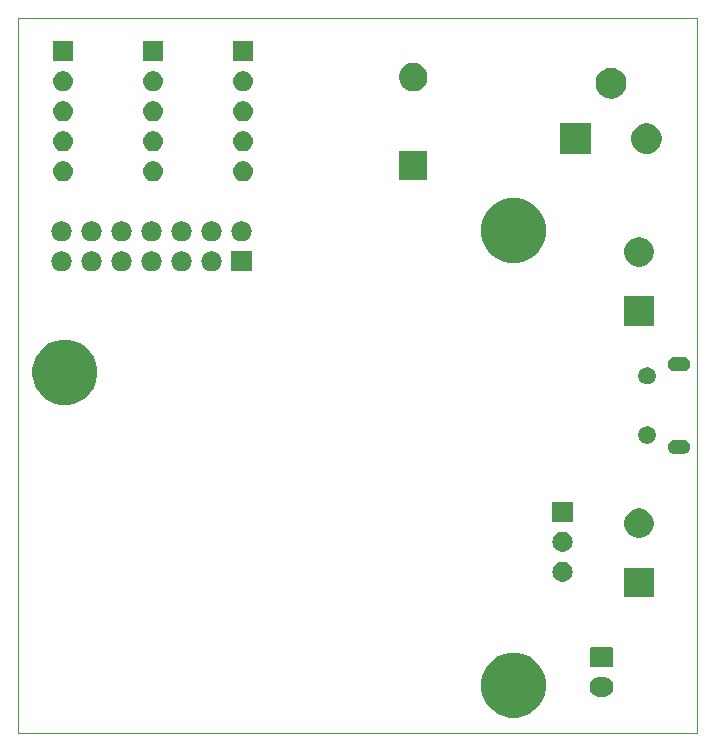
<source format=gbr>
%TF.GenerationSoftware,KiCad,Pcbnew,5.1.4-3.fc30*%
%TF.CreationDate,2019-10-17T14:05:20-04:00*%
%TF.ProjectId,weather_station_pcb,77656174-6865-4725-9f73-746174696f6e,rev?*%
%TF.SameCoordinates,PX4dd8200PY3888440*%
%TF.FileFunction,Soldermask,Bot*%
%TF.FilePolarity,Negative*%
%FSLAX46Y46*%
G04 Gerber Fmt 4.6, Leading zero omitted, Abs format (unit mm)*
G04 Created by KiCad (PCBNEW 5.1.4-3.fc30) date 2019-10-17 14:05:20*
%MOMM*%
%LPD*%
G04 APERTURE LIST*
%ADD10C,0.100000*%
G04 APERTURE END LIST*
D10*
X0Y-60500000D02*
X0Y0D01*
X0Y-60500000D02*
X57500000Y-60500000D01*
X57500000Y0D02*
X57500000Y-60500000D01*
X0Y0D02*
X57500000Y0D01*
G36*
X42802144Y-53855680D02*
G01*
X43302612Y-54062981D01*
X43753022Y-54363935D01*
X44136065Y-54746978D01*
X44437019Y-55197388D01*
X44644320Y-55697856D01*
X44750000Y-56229147D01*
X44750000Y-56770853D01*
X44644320Y-57302144D01*
X44437019Y-57802612D01*
X44136065Y-58253022D01*
X43753022Y-58636065D01*
X43302612Y-58937019D01*
X42802144Y-59144320D01*
X42270853Y-59250000D01*
X41729147Y-59250000D01*
X41197856Y-59144320D01*
X40697388Y-58937019D01*
X40246978Y-58636065D01*
X39863935Y-58253022D01*
X39562981Y-57802612D01*
X39355680Y-57302144D01*
X39250000Y-56770853D01*
X39250000Y-56229147D01*
X39355680Y-55697856D01*
X39562981Y-55197388D01*
X39863935Y-54746978D01*
X40246978Y-54363935D01*
X40697388Y-54062981D01*
X41197856Y-53855680D01*
X41729147Y-53750000D01*
X42270853Y-53750000D01*
X42802144Y-53855680D01*
X42802144Y-53855680D01*
G37*
G36*
X49755027Y-55794899D02*
G01*
X49835142Y-55819201D01*
X49915255Y-55843503D01*
X49915257Y-55843504D01*
X50062918Y-55922431D01*
X50192349Y-56028651D01*
X50298569Y-56158082D01*
X50377496Y-56305743D01*
X50426101Y-56465973D01*
X50442512Y-56632600D01*
X50426101Y-56799227D01*
X50377496Y-56959457D01*
X50298569Y-57107118D01*
X50192349Y-57236549D01*
X50062918Y-57342769D01*
X49915257Y-57421696D01*
X49915255Y-57421697D01*
X49835142Y-57445998D01*
X49755027Y-57470301D01*
X49630152Y-57482600D01*
X49246648Y-57482600D01*
X49121773Y-57470301D01*
X49041658Y-57445998D01*
X48961545Y-57421697D01*
X48961543Y-57421696D01*
X48813882Y-57342769D01*
X48684451Y-57236549D01*
X48578231Y-57107118D01*
X48499304Y-56959457D01*
X48450699Y-56799227D01*
X48434288Y-56632600D01*
X48450699Y-56465973D01*
X48499304Y-56305743D01*
X48578231Y-56158082D01*
X48684451Y-56028651D01*
X48813882Y-55922431D01*
X48961543Y-55843504D01*
X48961545Y-55843503D01*
X49041658Y-55819201D01*
X49121773Y-55794899D01*
X49246648Y-55782600D01*
X49630152Y-55782600D01*
X49755027Y-55794899D01*
X49755027Y-55794899D01*
G37*
G36*
X50308077Y-53286301D02*
G01*
X50338309Y-53295473D01*
X50366171Y-53310364D01*
X50390593Y-53330407D01*
X50410636Y-53354829D01*
X50425527Y-53382691D01*
X50434699Y-53412923D01*
X50438400Y-53450505D01*
X50438400Y-54814695D01*
X50434699Y-54852277D01*
X50425527Y-54882509D01*
X50410636Y-54910371D01*
X50390593Y-54934793D01*
X50366171Y-54954836D01*
X50338309Y-54969727D01*
X50308077Y-54978899D01*
X50270495Y-54982600D01*
X48606305Y-54982600D01*
X48568723Y-54978899D01*
X48538491Y-54969727D01*
X48510629Y-54954836D01*
X48486207Y-54934793D01*
X48466164Y-54910371D01*
X48451273Y-54882509D01*
X48442101Y-54852277D01*
X48438400Y-54814695D01*
X48438400Y-53450505D01*
X48442101Y-53412923D01*
X48451273Y-53382691D01*
X48466164Y-53354829D01*
X48486207Y-53330407D01*
X48510629Y-53310364D01*
X48538491Y-53295473D01*
X48568723Y-53286301D01*
X48606305Y-53282600D01*
X50270495Y-53282600D01*
X50308077Y-53286301D01*
X50308077Y-53286301D01*
G37*
G36*
X53863400Y-49032600D02*
G01*
X51363400Y-49032600D01*
X51363400Y-46532600D01*
X53863400Y-46532600D01*
X53863400Y-49032600D01*
X53863400Y-49032600D01*
G37*
G36*
X46303027Y-46055899D02*
G01*
X46383142Y-46080201D01*
X46463255Y-46104503D01*
X46463257Y-46104504D01*
X46610918Y-46183431D01*
X46740349Y-46289651D01*
X46846569Y-46419082D01*
X46925496Y-46566743D01*
X46974101Y-46726973D01*
X46990512Y-46893600D01*
X46974101Y-47060227D01*
X46925496Y-47220457D01*
X46846569Y-47368118D01*
X46740349Y-47497549D01*
X46610918Y-47603769D01*
X46463257Y-47682696D01*
X46463255Y-47682697D01*
X46383142Y-47706999D01*
X46303027Y-47731301D01*
X46178152Y-47743600D01*
X46094648Y-47743600D01*
X45969773Y-47731301D01*
X45889658Y-47706999D01*
X45809545Y-47682697D01*
X45809543Y-47682696D01*
X45661882Y-47603769D01*
X45532451Y-47497549D01*
X45426231Y-47368118D01*
X45347304Y-47220457D01*
X45298699Y-47060227D01*
X45282288Y-46893600D01*
X45298699Y-46726973D01*
X45347304Y-46566743D01*
X45426231Y-46419082D01*
X45532451Y-46289651D01*
X45661882Y-46183431D01*
X45809543Y-46104504D01*
X45809545Y-46104503D01*
X45889658Y-46080201D01*
X45969773Y-46055899D01*
X46094648Y-46043600D01*
X46178152Y-46043600D01*
X46303027Y-46055899D01*
X46303027Y-46055899D01*
G37*
G36*
X46303027Y-43515899D02*
G01*
X46383142Y-43540201D01*
X46463255Y-43564503D01*
X46463257Y-43564504D01*
X46610918Y-43643431D01*
X46740349Y-43749651D01*
X46846569Y-43879082D01*
X46925496Y-44026743D01*
X46974101Y-44186973D01*
X46990512Y-44353600D01*
X46974101Y-44520227D01*
X46925496Y-44680457D01*
X46846569Y-44828118D01*
X46740349Y-44957549D01*
X46610918Y-45063769D01*
X46463257Y-45142696D01*
X46463255Y-45142697D01*
X46383142Y-45166999D01*
X46303027Y-45191301D01*
X46178152Y-45203600D01*
X46094648Y-45203600D01*
X45969773Y-45191301D01*
X45889658Y-45166999D01*
X45809545Y-45142697D01*
X45809543Y-45142696D01*
X45661882Y-45063769D01*
X45532451Y-44957549D01*
X45426231Y-44828118D01*
X45347304Y-44680457D01*
X45298699Y-44520227D01*
X45282288Y-44353600D01*
X45298699Y-44186973D01*
X45347304Y-44026743D01*
X45426231Y-43879082D01*
X45532451Y-43749651D01*
X45661882Y-43643431D01*
X45809543Y-43564504D01*
X45809545Y-43564503D01*
X45889658Y-43540201D01*
X45969773Y-43515899D01*
X46094648Y-43503600D01*
X46178152Y-43503600D01*
X46303027Y-43515899D01*
X46303027Y-43515899D01*
G37*
G36*
X52978010Y-41580636D02*
G01*
X53205495Y-41674864D01*
X53205497Y-41674865D01*
X53410228Y-41811662D01*
X53584338Y-41985772D01*
X53721136Y-42190505D01*
X53815364Y-42417990D01*
X53863400Y-42659484D01*
X53863400Y-42905716D01*
X53815364Y-43147210D01*
X53721136Y-43374695D01*
X53721135Y-43374697D01*
X53584338Y-43579428D01*
X53410228Y-43753538D01*
X53205497Y-43890335D01*
X53205496Y-43890336D01*
X53205495Y-43890336D01*
X52978010Y-43984564D01*
X52736516Y-44032600D01*
X52490284Y-44032600D01*
X52248790Y-43984564D01*
X52021305Y-43890336D01*
X52021304Y-43890336D01*
X52021303Y-43890335D01*
X51816572Y-43753538D01*
X51642462Y-43579428D01*
X51505665Y-43374697D01*
X51505664Y-43374695D01*
X51411436Y-43147210D01*
X51363400Y-42905716D01*
X51363400Y-42659484D01*
X51411436Y-42417990D01*
X51505664Y-42190505D01*
X51642462Y-41985772D01*
X51816572Y-41811662D01*
X52021303Y-41674865D01*
X52021305Y-41674864D01*
X52248790Y-41580636D01*
X52490284Y-41532600D01*
X52736516Y-41532600D01*
X52978010Y-41580636D01*
X52978010Y-41580636D01*
G37*
G36*
X46986400Y-42663600D02*
G01*
X45286400Y-42663600D01*
X45286400Y-40963600D01*
X46986400Y-40963600D01*
X46986400Y-42663600D01*
X46986400Y-42663600D01*
G37*
G36*
X56459221Y-35714682D02*
G01*
X56572321Y-35748990D01*
X56676555Y-35804704D01*
X56767917Y-35879683D01*
X56842896Y-35971045D01*
X56898610Y-36075279D01*
X56932918Y-36188379D01*
X56944503Y-36306000D01*
X56932918Y-36423621D01*
X56898610Y-36536721D01*
X56842896Y-36640955D01*
X56767917Y-36732317D01*
X56676555Y-36807296D01*
X56572321Y-36863010D01*
X56459221Y-36897318D01*
X56371074Y-36906000D01*
X55612126Y-36906000D01*
X55523979Y-36897318D01*
X55410879Y-36863010D01*
X55306645Y-36807296D01*
X55215283Y-36732317D01*
X55140304Y-36640955D01*
X55084590Y-36536721D01*
X55050282Y-36423621D01*
X55038697Y-36306000D01*
X55050282Y-36188379D01*
X55084590Y-36075279D01*
X55140304Y-35971045D01*
X55215283Y-35879683D01*
X55306645Y-35804704D01*
X55410879Y-35748990D01*
X55523979Y-35714682D01*
X55612126Y-35706000D01*
X56371074Y-35706000D01*
X56459221Y-35714682D01*
X56459221Y-35714682D01*
G37*
G36*
X53503075Y-34608861D02*
G01*
X53635016Y-34663512D01*
X53753760Y-34742855D01*
X53854745Y-34843840D01*
X53934088Y-34962584D01*
X53988739Y-35094525D01*
X54016600Y-35234592D01*
X54016600Y-35377408D01*
X53988739Y-35517475D01*
X53934088Y-35649416D01*
X53854745Y-35768160D01*
X53753760Y-35869145D01*
X53635016Y-35948488D01*
X53503075Y-36003139D01*
X53363008Y-36031000D01*
X53220192Y-36031000D01*
X53080125Y-36003139D01*
X52948184Y-35948488D01*
X52829440Y-35869145D01*
X52728455Y-35768160D01*
X52649112Y-35649416D01*
X52594461Y-35517475D01*
X52566600Y-35377408D01*
X52566600Y-35234592D01*
X52594461Y-35094525D01*
X52649112Y-34962584D01*
X52728455Y-34843840D01*
X52829440Y-34742855D01*
X52948184Y-34663512D01*
X53080125Y-34608861D01*
X53220192Y-34581000D01*
X53363008Y-34581000D01*
X53503075Y-34608861D01*
X53503075Y-34608861D01*
G37*
G36*
X4802144Y-27355680D02*
G01*
X5302612Y-27562981D01*
X5753022Y-27863935D01*
X6136065Y-28246978D01*
X6437019Y-28697388D01*
X6644320Y-29197856D01*
X6750000Y-29729147D01*
X6750000Y-30270853D01*
X6644320Y-30802144D01*
X6437019Y-31302612D01*
X6136065Y-31753022D01*
X5753022Y-32136065D01*
X5302612Y-32437019D01*
X4802144Y-32644320D01*
X4270853Y-32750000D01*
X3729147Y-32750000D01*
X3197856Y-32644320D01*
X2697388Y-32437019D01*
X2246978Y-32136065D01*
X1863935Y-31753022D01*
X1562981Y-31302612D01*
X1355680Y-30802144D01*
X1250000Y-30270853D01*
X1250000Y-29729147D01*
X1355680Y-29197856D01*
X1562981Y-28697388D01*
X1863935Y-28246978D01*
X2246978Y-27863935D01*
X2697388Y-27562981D01*
X3197856Y-27355680D01*
X3729147Y-27250000D01*
X4270853Y-27250000D01*
X4802144Y-27355680D01*
X4802144Y-27355680D01*
G37*
G36*
X53503075Y-29608861D02*
G01*
X53635016Y-29663512D01*
X53753760Y-29742855D01*
X53854745Y-29843840D01*
X53934088Y-29962584D01*
X53988739Y-30094525D01*
X54016600Y-30234592D01*
X54016600Y-30377408D01*
X53988739Y-30517475D01*
X53934088Y-30649416D01*
X53854745Y-30768160D01*
X53753760Y-30869145D01*
X53635016Y-30948488D01*
X53503075Y-31003139D01*
X53363008Y-31031000D01*
X53220192Y-31031000D01*
X53080125Y-31003139D01*
X52948184Y-30948488D01*
X52829440Y-30869145D01*
X52728455Y-30768160D01*
X52649112Y-30649416D01*
X52594461Y-30517475D01*
X52566600Y-30377408D01*
X52566600Y-30234592D01*
X52594461Y-30094525D01*
X52649112Y-29962584D01*
X52728455Y-29843840D01*
X52829440Y-29742855D01*
X52948184Y-29663512D01*
X53080125Y-29608861D01*
X53220192Y-29581000D01*
X53363008Y-29581000D01*
X53503075Y-29608861D01*
X53503075Y-29608861D01*
G37*
G36*
X56459221Y-28714682D02*
G01*
X56572321Y-28748990D01*
X56676555Y-28804704D01*
X56767917Y-28879683D01*
X56842896Y-28971045D01*
X56898610Y-29075279D01*
X56932918Y-29188379D01*
X56944503Y-29306000D01*
X56932918Y-29423621D01*
X56898610Y-29536721D01*
X56842896Y-29640955D01*
X56767917Y-29732317D01*
X56676555Y-29807296D01*
X56572321Y-29863010D01*
X56459221Y-29897318D01*
X56371074Y-29906000D01*
X55612126Y-29906000D01*
X55523979Y-29897318D01*
X55410879Y-29863010D01*
X55306645Y-29807296D01*
X55215283Y-29732317D01*
X55140304Y-29640955D01*
X55084590Y-29536721D01*
X55050282Y-29423621D01*
X55038697Y-29306000D01*
X55050282Y-29188379D01*
X55084590Y-29075279D01*
X55140304Y-28971045D01*
X55215283Y-28879683D01*
X55306645Y-28804704D01*
X55410879Y-28748990D01*
X55523979Y-28714682D01*
X55612126Y-28706000D01*
X56371074Y-28706000D01*
X56459221Y-28714682D01*
X56459221Y-28714682D01*
G37*
G36*
X53863400Y-26045600D02*
G01*
X51363400Y-26045600D01*
X51363400Y-23545600D01*
X53863400Y-23545600D01*
X53863400Y-26045600D01*
X53863400Y-26045600D01*
G37*
G36*
X3885027Y-19766899D02*
G01*
X3965142Y-19791202D01*
X4045255Y-19815503D01*
X4045257Y-19815504D01*
X4192918Y-19894431D01*
X4322349Y-20000651D01*
X4428569Y-20130082D01*
X4507496Y-20277743D01*
X4556101Y-20437973D01*
X4572512Y-20604600D01*
X4556101Y-20771227D01*
X4556100Y-20771229D01*
X4516027Y-20903336D01*
X4507496Y-20931457D01*
X4428569Y-21079118D01*
X4322349Y-21208549D01*
X4192918Y-21314769D01*
X4045257Y-21393696D01*
X4045255Y-21393697D01*
X3965142Y-21417999D01*
X3885027Y-21442301D01*
X3760152Y-21454600D01*
X3676648Y-21454600D01*
X3551773Y-21442301D01*
X3471658Y-21417999D01*
X3391545Y-21393697D01*
X3391543Y-21393696D01*
X3243882Y-21314769D01*
X3114451Y-21208549D01*
X3008231Y-21079118D01*
X2929304Y-20931457D01*
X2920774Y-20903336D01*
X2880700Y-20771229D01*
X2880699Y-20771227D01*
X2864288Y-20604600D01*
X2880699Y-20437973D01*
X2929304Y-20277743D01*
X3008231Y-20130082D01*
X3114451Y-20000651D01*
X3243882Y-19894431D01*
X3391543Y-19815504D01*
X3391545Y-19815503D01*
X3471658Y-19791201D01*
X3551773Y-19766899D01*
X3676648Y-19754600D01*
X3760152Y-19754600D01*
X3885027Y-19766899D01*
X3885027Y-19766899D01*
G37*
G36*
X16585027Y-19766899D02*
G01*
X16665142Y-19791202D01*
X16745255Y-19815503D01*
X16745257Y-19815504D01*
X16892918Y-19894431D01*
X17022349Y-20000651D01*
X17128569Y-20130082D01*
X17207496Y-20277743D01*
X17256101Y-20437973D01*
X17272512Y-20604600D01*
X17256101Y-20771227D01*
X17256100Y-20771229D01*
X17216027Y-20903336D01*
X17207496Y-20931457D01*
X17128569Y-21079118D01*
X17022349Y-21208549D01*
X16892918Y-21314769D01*
X16745257Y-21393696D01*
X16745255Y-21393697D01*
X16665142Y-21417999D01*
X16585027Y-21442301D01*
X16460152Y-21454600D01*
X16376648Y-21454600D01*
X16251773Y-21442301D01*
X16171658Y-21417999D01*
X16091545Y-21393697D01*
X16091543Y-21393696D01*
X15943882Y-21314769D01*
X15814451Y-21208549D01*
X15708231Y-21079118D01*
X15629304Y-20931457D01*
X15620774Y-20903336D01*
X15580700Y-20771229D01*
X15580699Y-20771227D01*
X15564288Y-20604600D01*
X15580699Y-20437973D01*
X15629304Y-20277743D01*
X15708231Y-20130082D01*
X15814451Y-20000651D01*
X15943882Y-19894431D01*
X16091543Y-19815504D01*
X16091545Y-19815503D01*
X16171658Y-19791201D01*
X16251773Y-19766899D01*
X16376648Y-19754600D01*
X16460152Y-19754600D01*
X16585027Y-19766899D01*
X16585027Y-19766899D01*
G37*
G36*
X14045027Y-19766899D02*
G01*
X14125142Y-19791202D01*
X14205255Y-19815503D01*
X14205257Y-19815504D01*
X14352918Y-19894431D01*
X14482349Y-20000651D01*
X14588569Y-20130082D01*
X14667496Y-20277743D01*
X14716101Y-20437973D01*
X14732512Y-20604600D01*
X14716101Y-20771227D01*
X14716100Y-20771229D01*
X14676027Y-20903336D01*
X14667496Y-20931457D01*
X14588569Y-21079118D01*
X14482349Y-21208549D01*
X14352918Y-21314769D01*
X14205257Y-21393696D01*
X14205255Y-21393697D01*
X14125142Y-21417999D01*
X14045027Y-21442301D01*
X13920152Y-21454600D01*
X13836648Y-21454600D01*
X13711773Y-21442301D01*
X13631658Y-21417999D01*
X13551545Y-21393697D01*
X13551543Y-21393696D01*
X13403882Y-21314769D01*
X13274451Y-21208549D01*
X13168231Y-21079118D01*
X13089304Y-20931457D01*
X13080774Y-20903336D01*
X13040700Y-20771229D01*
X13040699Y-20771227D01*
X13024288Y-20604600D01*
X13040699Y-20437973D01*
X13089304Y-20277743D01*
X13168231Y-20130082D01*
X13274451Y-20000651D01*
X13403882Y-19894431D01*
X13551543Y-19815504D01*
X13551545Y-19815503D01*
X13631658Y-19791201D01*
X13711773Y-19766899D01*
X13836648Y-19754600D01*
X13920152Y-19754600D01*
X14045027Y-19766899D01*
X14045027Y-19766899D01*
G37*
G36*
X11505027Y-19766899D02*
G01*
X11585142Y-19791202D01*
X11665255Y-19815503D01*
X11665257Y-19815504D01*
X11812918Y-19894431D01*
X11942349Y-20000651D01*
X12048569Y-20130082D01*
X12127496Y-20277743D01*
X12176101Y-20437973D01*
X12192512Y-20604600D01*
X12176101Y-20771227D01*
X12176100Y-20771229D01*
X12136027Y-20903336D01*
X12127496Y-20931457D01*
X12048569Y-21079118D01*
X11942349Y-21208549D01*
X11812918Y-21314769D01*
X11665257Y-21393696D01*
X11665255Y-21393697D01*
X11585142Y-21417999D01*
X11505027Y-21442301D01*
X11380152Y-21454600D01*
X11296648Y-21454600D01*
X11171773Y-21442301D01*
X11091658Y-21417999D01*
X11011545Y-21393697D01*
X11011543Y-21393696D01*
X10863882Y-21314769D01*
X10734451Y-21208549D01*
X10628231Y-21079118D01*
X10549304Y-20931457D01*
X10540774Y-20903336D01*
X10500700Y-20771229D01*
X10500699Y-20771227D01*
X10484288Y-20604600D01*
X10500699Y-20437973D01*
X10549304Y-20277743D01*
X10628231Y-20130082D01*
X10734451Y-20000651D01*
X10863882Y-19894431D01*
X11011543Y-19815504D01*
X11011545Y-19815503D01*
X11091658Y-19791201D01*
X11171773Y-19766899D01*
X11296648Y-19754600D01*
X11380152Y-19754600D01*
X11505027Y-19766899D01*
X11505027Y-19766899D01*
G37*
G36*
X19808400Y-21454600D02*
G01*
X18108400Y-21454600D01*
X18108400Y-19754600D01*
X19808400Y-19754600D01*
X19808400Y-21454600D01*
X19808400Y-21454600D01*
G37*
G36*
X8965027Y-19766899D02*
G01*
X9045142Y-19791202D01*
X9125255Y-19815503D01*
X9125257Y-19815504D01*
X9272918Y-19894431D01*
X9402349Y-20000651D01*
X9508569Y-20130082D01*
X9587496Y-20277743D01*
X9636101Y-20437973D01*
X9652512Y-20604600D01*
X9636101Y-20771227D01*
X9636100Y-20771229D01*
X9596027Y-20903336D01*
X9587496Y-20931457D01*
X9508569Y-21079118D01*
X9402349Y-21208549D01*
X9272918Y-21314769D01*
X9125257Y-21393696D01*
X9125255Y-21393697D01*
X9045142Y-21417999D01*
X8965027Y-21442301D01*
X8840152Y-21454600D01*
X8756648Y-21454600D01*
X8631773Y-21442301D01*
X8551658Y-21417999D01*
X8471545Y-21393697D01*
X8471543Y-21393696D01*
X8323882Y-21314769D01*
X8194451Y-21208549D01*
X8088231Y-21079118D01*
X8009304Y-20931457D01*
X8000774Y-20903336D01*
X7960700Y-20771229D01*
X7960699Y-20771227D01*
X7944288Y-20604600D01*
X7960699Y-20437973D01*
X8009304Y-20277743D01*
X8088231Y-20130082D01*
X8194451Y-20000651D01*
X8323882Y-19894431D01*
X8471543Y-19815504D01*
X8471545Y-19815503D01*
X8551658Y-19791201D01*
X8631773Y-19766899D01*
X8756648Y-19754600D01*
X8840152Y-19754600D01*
X8965027Y-19766899D01*
X8965027Y-19766899D01*
G37*
G36*
X6425027Y-19766899D02*
G01*
X6505142Y-19791202D01*
X6585255Y-19815503D01*
X6585257Y-19815504D01*
X6732918Y-19894431D01*
X6862349Y-20000651D01*
X6968569Y-20130082D01*
X7047496Y-20277743D01*
X7096101Y-20437973D01*
X7112512Y-20604600D01*
X7096101Y-20771227D01*
X7096100Y-20771229D01*
X7056027Y-20903336D01*
X7047496Y-20931457D01*
X6968569Y-21079118D01*
X6862349Y-21208549D01*
X6732918Y-21314769D01*
X6585257Y-21393696D01*
X6585255Y-21393697D01*
X6505142Y-21417999D01*
X6425027Y-21442301D01*
X6300152Y-21454600D01*
X6216648Y-21454600D01*
X6091773Y-21442301D01*
X6011658Y-21417999D01*
X5931545Y-21393697D01*
X5931543Y-21393696D01*
X5783882Y-21314769D01*
X5654451Y-21208549D01*
X5548231Y-21079118D01*
X5469304Y-20931457D01*
X5460774Y-20903336D01*
X5420700Y-20771229D01*
X5420699Y-20771227D01*
X5404288Y-20604600D01*
X5420699Y-20437973D01*
X5469304Y-20277743D01*
X5548231Y-20130082D01*
X5654451Y-20000651D01*
X5783882Y-19894431D01*
X5931543Y-19815504D01*
X5931545Y-19815503D01*
X6011658Y-19791201D01*
X6091773Y-19766899D01*
X6216648Y-19754600D01*
X6300152Y-19754600D01*
X6425027Y-19766899D01*
X6425027Y-19766899D01*
G37*
G36*
X52978010Y-18593636D02*
G01*
X53205495Y-18687864D01*
X53205497Y-18687865D01*
X53335556Y-18774768D01*
X53410228Y-18824662D01*
X53584338Y-18998772D01*
X53721136Y-19203505D01*
X53815364Y-19430990D01*
X53863400Y-19672484D01*
X53863400Y-19918716D01*
X53815364Y-20160210D01*
X53766680Y-20277743D01*
X53721135Y-20387697D01*
X53584338Y-20592428D01*
X53410228Y-20766538D01*
X53205497Y-20903335D01*
X53205496Y-20903336D01*
X53205495Y-20903336D01*
X52978010Y-20997564D01*
X52736516Y-21045600D01*
X52490284Y-21045600D01*
X52248790Y-20997564D01*
X52021305Y-20903336D01*
X52021304Y-20903336D01*
X52021303Y-20903335D01*
X51816572Y-20766538D01*
X51642462Y-20592428D01*
X51505665Y-20387697D01*
X51460120Y-20277743D01*
X51411436Y-20160210D01*
X51363400Y-19918716D01*
X51363400Y-19672484D01*
X51411436Y-19430990D01*
X51505664Y-19203505D01*
X51642462Y-18998772D01*
X51816572Y-18824662D01*
X51891244Y-18774768D01*
X52021303Y-18687865D01*
X52021305Y-18687864D01*
X52248790Y-18593636D01*
X52490284Y-18545600D01*
X52736516Y-18545600D01*
X52978010Y-18593636D01*
X52978010Y-18593636D01*
G37*
G36*
X42802144Y-15355680D02*
G01*
X43302612Y-15562981D01*
X43753022Y-15863935D01*
X44136065Y-16246978D01*
X44437019Y-16697388D01*
X44644320Y-17197856D01*
X44750000Y-17729147D01*
X44750000Y-18270853D01*
X44644320Y-18802144D01*
X44437019Y-19302612D01*
X44136065Y-19753022D01*
X43753022Y-20136065D01*
X43302612Y-20437019D01*
X42802144Y-20644320D01*
X42270853Y-20750000D01*
X41729147Y-20750000D01*
X41197856Y-20644320D01*
X40697388Y-20437019D01*
X40246978Y-20136065D01*
X39863935Y-19753022D01*
X39562981Y-19302612D01*
X39355680Y-18802144D01*
X39250000Y-18270853D01*
X39250000Y-17729147D01*
X39355680Y-17197856D01*
X39562981Y-16697388D01*
X39863935Y-16246978D01*
X40246978Y-15863935D01*
X40697388Y-15562981D01*
X41197856Y-15355680D01*
X41729147Y-15250000D01*
X42270853Y-15250000D01*
X42802144Y-15355680D01*
X42802144Y-15355680D01*
G37*
G36*
X6425027Y-17226899D02*
G01*
X6505142Y-17251202D01*
X6585255Y-17275503D01*
X6585257Y-17275504D01*
X6732918Y-17354431D01*
X6862349Y-17460651D01*
X6968569Y-17590082D01*
X7047496Y-17737743D01*
X7096101Y-17897973D01*
X7112512Y-18064600D01*
X7096101Y-18231227D01*
X7047496Y-18391457D01*
X6968569Y-18539118D01*
X6862349Y-18668549D01*
X6732918Y-18774769D01*
X6681703Y-18802144D01*
X6585255Y-18853697D01*
X6505142Y-18877998D01*
X6425027Y-18902301D01*
X6300152Y-18914600D01*
X6216648Y-18914600D01*
X6091773Y-18902301D01*
X6011658Y-18877998D01*
X5931545Y-18853697D01*
X5835097Y-18802144D01*
X5783882Y-18774769D01*
X5654451Y-18668549D01*
X5548231Y-18539118D01*
X5469304Y-18391457D01*
X5420699Y-18231227D01*
X5404288Y-18064600D01*
X5420699Y-17897973D01*
X5469304Y-17737743D01*
X5548231Y-17590082D01*
X5654451Y-17460651D01*
X5783882Y-17354431D01*
X5931543Y-17275504D01*
X5931545Y-17275503D01*
X6011658Y-17251202D01*
X6091773Y-17226899D01*
X6216648Y-17214600D01*
X6300152Y-17214600D01*
X6425027Y-17226899D01*
X6425027Y-17226899D01*
G37*
G36*
X8965027Y-17226899D02*
G01*
X9045142Y-17251202D01*
X9125255Y-17275503D01*
X9125257Y-17275504D01*
X9272918Y-17354431D01*
X9402349Y-17460651D01*
X9508569Y-17590082D01*
X9587496Y-17737743D01*
X9636101Y-17897973D01*
X9652512Y-18064600D01*
X9636101Y-18231227D01*
X9587496Y-18391457D01*
X9508569Y-18539118D01*
X9402349Y-18668549D01*
X9272918Y-18774769D01*
X9221703Y-18802144D01*
X9125255Y-18853697D01*
X9045142Y-18877998D01*
X8965027Y-18902301D01*
X8840152Y-18914600D01*
X8756648Y-18914600D01*
X8631773Y-18902301D01*
X8551658Y-18877998D01*
X8471545Y-18853697D01*
X8375097Y-18802144D01*
X8323882Y-18774769D01*
X8194451Y-18668549D01*
X8088231Y-18539118D01*
X8009304Y-18391457D01*
X7960699Y-18231227D01*
X7944288Y-18064600D01*
X7960699Y-17897973D01*
X8009304Y-17737743D01*
X8088231Y-17590082D01*
X8194451Y-17460651D01*
X8323882Y-17354431D01*
X8471543Y-17275504D01*
X8471545Y-17275503D01*
X8551658Y-17251202D01*
X8631773Y-17226899D01*
X8756648Y-17214600D01*
X8840152Y-17214600D01*
X8965027Y-17226899D01*
X8965027Y-17226899D01*
G37*
G36*
X16585027Y-17226899D02*
G01*
X16665142Y-17251202D01*
X16745255Y-17275503D01*
X16745257Y-17275504D01*
X16892918Y-17354431D01*
X17022349Y-17460651D01*
X17128569Y-17590082D01*
X17207496Y-17737743D01*
X17256101Y-17897973D01*
X17272512Y-18064600D01*
X17256101Y-18231227D01*
X17207496Y-18391457D01*
X17128569Y-18539118D01*
X17022349Y-18668549D01*
X16892918Y-18774769D01*
X16841703Y-18802144D01*
X16745255Y-18853697D01*
X16665142Y-18877998D01*
X16585027Y-18902301D01*
X16460152Y-18914600D01*
X16376648Y-18914600D01*
X16251773Y-18902301D01*
X16171658Y-18877998D01*
X16091545Y-18853697D01*
X15995097Y-18802144D01*
X15943882Y-18774769D01*
X15814451Y-18668549D01*
X15708231Y-18539118D01*
X15629304Y-18391457D01*
X15580699Y-18231227D01*
X15564288Y-18064600D01*
X15580699Y-17897973D01*
X15629304Y-17737743D01*
X15708231Y-17590082D01*
X15814451Y-17460651D01*
X15943882Y-17354431D01*
X16091543Y-17275504D01*
X16091545Y-17275503D01*
X16171658Y-17251202D01*
X16251773Y-17226899D01*
X16376648Y-17214600D01*
X16460152Y-17214600D01*
X16585027Y-17226899D01*
X16585027Y-17226899D01*
G37*
G36*
X11505027Y-17226899D02*
G01*
X11585142Y-17251202D01*
X11665255Y-17275503D01*
X11665257Y-17275504D01*
X11812918Y-17354431D01*
X11942349Y-17460651D01*
X12048569Y-17590082D01*
X12127496Y-17737743D01*
X12176101Y-17897973D01*
X12192512Y-18064600D01*
X12176101Y-18231227D01*
X12127496Y-18391457D01*
X12048569Y-18539118D01*
X11942349Y-18668549D01*
X11812918Y-18774769D01*
X11761703Y-18802144D01*
X11665255Y-18853697D01*
X11585142Y-18877998D01*
X11505027Y-18902301D01*
X11380152Y-18914600D01*
X11296648Y-18914600D01*
X11171773Y-18902301D01*
X11091658Y-18877998D01*
X11011545Y-18853697D01*
X10915097Y-18802144D01*
X10863882Y-18774769D01*
X10734451Y-18668549D01*
X10628231Y-18539118D01*
X10549304Y-18391457D01*
X10500699Y-18231227D01*
X10484288Y-18064600D01*
X10500699Y-17897973D01*
X10549304Y-17737743D01*
X10628231Y-17590082D01*
X10734451Y-17460651D01*
X10863882Y-17354431D01*
X11011543Y-17275504D01*
X11011545Y-17275503D01*
X11091658Y-17251202D01*
X11171773Y-17226899D01*
X11296648Y-17214600D01*
X11380152Y-17214600D01*
X11505027Y-17226899D01*
X11505027Y-17226899D01*
G37*
G36*
X19125027Y-17226899D02*
G01*
X19205142Y-17251202D01*
X19285255Y-17275503D01*
X19285257Y-17275504D01*
X19432918Y-17354431D01*
X19562349Y-17460651D01*
X19668569Y-17590082D01*
X19747496Y-17737743D01*
X19796101Y-17897973D01*
X19812512Y-18064600D01*
X19796101Y-18231227D01*
X19747496Y-18391457D01*
X19668569Y-18539118D01*
X19562349Y-18668549D01*
X19432918Y-18774769D01*
X19381703Y-18802144D01*
X19285255Y-18853697D01*
X19205142Y-18877998D01*
X19125027Y-18902301D01*
X19000152Y-18914600D01*
X18916648Y-18914600D01*
X18791773Y-18902301D01*
X18711658Y-18877998D01*
X18631545Y-18853697D01*
X18535097Y-18802144D01*
X18483882Y-18774769D01*
X18354451Y-18668549D01*
X18248231Y-18539118D01*
X18169304Y-18391457D01*
X18120699Y-18231227D01*
X18104288Y-18064600D01*
X18120699Y-17897973D01*
X18169304Y-17737743D01*
X18248231Y-17590082D01*
X18354451Y-17460651D01*
X18483882Y-17354431D01*
X18631543Y-17275504D01*
X18631545Y-17275503D01*
X18711658Y-17251202D01*
X18791773Y-17226899D01*
X18916648Y-17214600D01*
X19000152Y-17214600D01*
X19125027Y-17226899D01*
X19125027Y-17226899D01*
G37*
G36*
X3885027Y-17226899D02*
G01*
X3965142Y-17251202D01*
X4045255Y-17275503D01*
X4045257Y-17275504D01*
X4192918Y-17354431D01*
X4322349Y-17460651D01*
X4428569Y-17590082D01*
X4507496Y-17737743D01*
X4556101Y-17897973D01*
X4572512Y-18064600D01*
X4556101Y-18231227D01*
X4507496Y-18391457D01*
X4428569Y-18539118D01*
X4322349Y-18668549D01*
X4192918Y-18774769D01*
X4141703Y-18802144D01*
X4045255Y-18853697D01*
X3965142Y-18877998D01*
X3885027Y-18902301D01*
X3760152Y-18914600D01*
X3676648Y-18914600D01*
X3551773Y-18902301D01*
X3471658Y-18877998D01*
X3391545Y-18853697D01*
X3295097Y-18802144D01*
X3243882Y-18774769D01*
X3114451Y-18668549D01*
X3008231Y-18539118D01*
X2929304Y-18391457D01*
X2880699Y-18231227D01*
X2864288Y-18064600D01*
X2880699Y-17897973D01*
X2929304Y-17737743D01*
X3008231Y-17590082D01*
X3114451Y-17460651D01*
X3243882Y-17354431D01*
X3391543Y-17275504D01*
X3391545Y-17275503D01*
X3471658Y-17251202D01*
X3551773Y-17226899D01*
X3676648Y-17214600D01*
X3760152Y-17214600D01*
X3885027Y-17226899D01*
X3885027Y-17226899D01*
G37*
G36*
X14045027Y-17226899D02*
G01*
X14125142Y-17251202D01*
X14205255Y-17275503D01*
X14205257Y-17275504D01*
X14352918Y-17354431D01*
X14482349Y-17460651D01*
X14588569Y-17590082D01*
X14667496Y-17737743D01*
X14716101Y-17897973D01*
X14732512Y-18064600D01*
X14716101Y-18231227D01*
X14667496Y-18391457D01*
X14588569Y-18539118D01*
X14482349Y-18668549D01*
X14352918Y-18774769D01*
X14301703Y-18802144D01*
X14205255Y-18853697D01*
X14125142Y-18877998D01*
X14045027Y-18902301D01*
X13920152Y-18914600D01*
X13836648Y-18914600D01*
X13711773Y-18902301D01*
X13631658Y-18877998D01*
X13551545Y-18853697D01*
X13455097Y-18802144D01*
X13403882Y-18774769D01*
X13274451Y-18668549D01*
X13168231Y-18539118D01*
X13089304Y-18391457D01*
X13040699Y-18231227D01*
X13024288Y-18064600D01*
X13040699Y-17897973D01*
X13089304Y-17737743D01*
X13168231Y-17590082D01*
X13274451Y-17460651D01*
X13403882Y-17354431D01*
X13551543Y-17275504D01*
X13551545Y-17275503D01*
X13631658Y-17251202D01*
X13711773Y-17226899D01*
X13836648Y-17214600D01*
X13920152Y-17214600D01*
X14045027Y-17226899D01*
X14045027Y-17226899D01*
G37*
G36*
X11632027Y-12146899D02*
G01*
X11712142Y-12171201D01*
X11792255Y-12195503D01*
X11792257Y-12195504D01*
X11939918Y-12274431D01*
X12069349Y-12380651D01*
X12175569Y-12510082D01*
X12254496Y-12657743D01*
X12303101Y-12817973D01*
X12319512Y-12984600D01*
X12303101Y-13151227D01*
X12254496Y-13311457D01*
X12175569Y-13459118D01*
X12069349Y-13588549D01*
X11939918Y-13694769D01*
X11792257Y-13773696D01*
X11792255Y-13773697D01*
X11712142Y-13797999D01*
X11632027Y-13822301D01*
X11507152Y-13834600D01*
X11423648Y-13834600D01*
X11298773Y-13822301D01*
X11218658Y-13797999D01*
X11138545Y-13773697D01*
X11138543Y-13773696D01*
X10990882Y-13694769D01*
X10861451Y-13588549D01*
X10755231Y-13459118D01*
X10676304Y-13311457D01*
X10627699Y-13151227D01*
X10611288Y-12984600D01*
X10627699Y-12817973D01*
X10676304Y-12657743D01*
X10755231Y-12510082D01*
X10861451Y-12380651D01*
X10990882Y-12274431D01*
X11138543Y-12195504D01*
X11138545Y-12195503D01*
X11218658Y-12171201D01*
X11298773Y-12146899D01*
X11423648Y-12134600D01*
X11507152Y-12134600D01*
X11632027Y-12146899D01*
X11632027Y-12146899D01*
G37*
G36*
X4012027Y-12146899D02*
G01*
X4092142Y-12171201D01*
X4172255Y-12195503D01*
X4172257Y-12195504D01*
X4319918Y-12274431D01*
X4449349Y-12380651D01*
X4555569Y-12510082D01*
X4634496Y-12657743D01*
X4683101Y-12817973D01*
X4699512Y-12984600D01*
X4683101Y-13151227D01*
X4634496Y-13311457D01*
X4555569Y-13459118D01*
X4449349Y-13588549D01*
X4319918Y-13694769D01*
X4172257Y-13773696D01*
X4172255Y-13773697D01*
X4092142Y-13797999D01*
X4012027Y-13822301D01*
X3887152Y-13834600D01*
X3803648Y-13834600D01*
X3678773Y-13822301D01*
X3598658Y-13797999D01*
X3518545Y-13773697D01*
X3518543Y-13773696D01*
X3370882Y-13694769D01*
X3241451Y-13588549D01*
X3135231Y-13459118D01*
X3056304Y-13311457D01*
X3007699Y-13151227D01*
X2991288Y-12984600D01*
X3007699Y-12817973D01*
X3056304Y-12657743D01*
X3135231Y-12510082D01*
X3241451Y-12380651D01*
X3370882Y-12274431D01*
X3518543Y-12195504D01*
X3518545Y-12195503D01*
X3598658Y-12171201D01*
X3678773Y-12146899D01*
X3803648Y-12134600D01*
X3887152Y-12134600D01*
X4012027Y-12146899D01*
X4012027Y-12146899D01*
G37*
G36*
X19252027Y-12146899D02*
G01*
X19332142Y-12171201D01*
X19412255Y-12195503D01*
X19412257Y-12195504D01*
X19559918Y-12274431D01*
X19689349Y-12380651D01*
X19795569Y-12510082D01*
X19874496Y-12657743D01*
X19923101Y-12817973D01*
X19939512Y-12984600D01*
X19923101Y-13151227D01*
X19874496Y-13311457D01*
X19795569Y-13459118D01*
X19689349Y-13588549D01*
X19559918Y-13694769D01*
X19412257Y-13773696D01*
X19412255Y-13773697D01*
X19332142Y-13797999D01*
X19252027Y-13822301D01*
X19127152Y-13834600D01*
X19043648Y-13834600D01*
X18918773Y-13822301D01*
X18838658Y-13797999D01*
X18758545Y-13773697D01*
X18758543Y-13773696D01*
X18610882Y-13694769D01*
X18481451Y-13588549D01*
X18375231Y-13459118D01*
X18296304Y-13311457D01*
X18247699Y-13151227D01*
X18231288Y-12984600D01*
X18247699Y-12817973D01*
X18296304Y-12657743D01*
X18375231Y-12510082D01*
X18481451Y-12380651D01*
X18610882Y-12274431D01*
X18758543Y-12195504D01*
X18758545Y-12195503D01*
X18838658Y-12171201D01*
X18918773Y-12146899D01*
X19043648Y-12134600D01*
X19127152Y-12134600D01*
X19252027Y-12146899D01*
X19252027Y-12146899D01*
G37*
G36*
X34700000Y-13700000D02*
G01*
X32300000Y-13700000D01*
X32300000Y-11300000D01*
X34700000Y-11300000D01*
X34700000Y-13700000D01*
X34700000Y-13700000D01*
G37*
G36*
X53627596Y-8971558D02*
G01*
X53864181Y-9069555D01*
X54077102Y-9211824D01*
X54258176Y-9392898D01*
X54400445Y-9605819D01*
X54400446Y-9605821D01*
X54400893Y-9606900D01*
X54498442Y-9842404D01*
X54548400Y-10093561D01*
X54548400Y-10349639D01*
X54498442Y-10600796D01*
X54400445Y-10837381D01*
X54258176Y-11050302D01*
X54077102Y-11231376D01*
X53864181Y-11373645D01*
X53627596Y-11471642D01*
X53502017Y-11496621D01*
X53376440Y-11521600D01*
X53120360Y-11521600D01*
X52994783Y-11496621D01*
X52869204Y-11471642D01*
X52632619Y-11373645D01*
X52419698Y-11231376D01*
X52238624Y-11050302D01*
X52096355Y-10837381D01*
X51998358Y-10600796D01*
X51948400Y-10349639D01*
X51948400Y-10093561D01*
X51998358Y-9842404D01*
X52095907Y-9606900D01*
X52096354Y-9605821D01*
X52096355Y-9605819D01*
X52238624Y-9392898D01*
X52419698Y-9211824D01*
X52632619Y-9069555D01*
X52869204Y-8971558D01*
X53120360Y-8921600D01*
X53376440Y-8921600D01*
X53627596Y-8971558D01*
X53627596Y-8971558D01*
G37*
G36*
X48548400Y-11521600D02*
G01*
X45948400Y-11521600D01*
X45948400Y-8921600D01*
X48548400Y-8921600D01*
X48548400Y-11521600D01*
X48548400Y-11521600D01*
G37*
G36*
X19252027Y-9606899D02*
G01*
X19332142Y-9631201D01*
X19412255Y-9655503D01*
X19412257Y-9655504D01*
X19559918Y-9734431D01*
X19689349Y-9840651D01*
X19795569Y-9970082D01*
X19874496Y-10117743D01*
X19923101Y-10277973D01*
X19939512Y-10444600D01*
X19923101Y-10611227D01*
X19874496Y-10771457D01*
X19795569Y-10919118D01*
X19689349Y-11048549D01*
X19559918Y-11154769D01*
X19416597Y-11231376D01*
X19412255Y-11233697D01*
X19332142Y-11257999D01*
X19252027Y-11282301D01*
X19127152Y-11294600D01*
X19043648Y-11294600D01*
X18918773Y-11282301D01*
X18838658Y-11257998D01*
X18758545Y-11233697D01*
X18754203Y-11231376D01*
X18610882Y-11154769D01*
X18481451Y-11048549D01*
X18375231Y-10919118D01*
X18296304Y-10771457D01*
X18247699Y-10611227D01*
X18231288Y-10444600D01*
X18247699Y-10277973D01*
X18296304Y-10117743D01*
X18375231Y-9970082D01*
X18481451Y-9840651D01*
X18610882Y-9734431D01*
X18758543Y-9655504D01*
X18758545Y-9655503D01*
X18838658Y-9631202D01*
X18918773Y-9606899D01*
X19043648Y-9594600D01*
X19127152Y-9594600D01*
X19252027Y-9606899D01*
X19252027Y-9606899D01*
G37*
G36*
X4012027Y-9606899D02*
G01*
X4092142Y-9631201D01*
X4172255Y-9655503D01*
X4172257Y-9655504D01*
X4319918Y-9734431D01*
X4449349Y-9840651D01*
X4555569Y-9970082D01*
X4634496Y-10117743D01*
X4683101Y-10277973D01*
X4699512Y-10444600D01*
X4683101Y-10611227D01*
X4634496Y-10771457D01*
X4555569Y-10919118D01*
X4449349Y-11048549D01*
X4319918Y-11154769D01*
X4176597Y-11231376D01*
X4172255Y-11233697D01*
X4092142Y-11257999D01*
X4012027Y-11282301D01*
X3887152Y-11294600D01*
X3803648Y-11294600D01*
X3678773Y-11282301D01*
X3598658Y-11257998D01*
X3518545Y-11233697D01*
X3514203Y-11231376D01*
X3370882Y-11154769D01*
X3241451Y-11048549D01*
X3135231Y-10919118D01*
X3056304Y-10771457D01*
X3007699Y-10611227D01*
X2991288Y-10444600D01*
X3007699Y-10277973D01*
X3056304Y-10117743D01*
X3135231Y-9970082D01*
X3241451Y-9840651D01*
X3370882Y-9734431D01*
X3518543Y-9655504D01*
X3518545Y-9655503D01*
X3598658Y-9631202D01*
X3678773Y-9606899D01*
X3803648Y-9594600D01*
X3887152Y-9594600D01*
X4012027Y-9606899D01*
X4012027Y-9606899D01*
G37*
G36*
X11632027Y-9606899D02*
G01*
X11712142Y-9631201D01*
X11792255Y-9655503D01*
X11792257Y-9655504D01*
X11939918Y-9734431D01*
X12069349Y-9840651D01*
X12175569Y-9970082D01*
X12254496Y-10117743D01*
X12303101Y-10277973D01*
X12319512Y-10444600D01*
X12303101Y-10611227D01*
X12254496Y-10771457D01*
X12175569Y-10919118D01*
X12069349Y-11048549D01*
X11939918Y-11154769D01*
X11796597Y-11231376D01*
X11792255Y-11233697D01*
X11712142Y-11257999D01*
X11632027Y-11282301D01*
X11507152Y-11294600D01*
X11423648Y-11294600D01*
X11298773Y-11282301D01*
X11218658Y-11257998D01*
X11138545Y-11233697D01*
X11134203Y-11231376D01*
X10990882Y-11154769D01*
X10861451Y-11048549D01*
X10755231Y-10919118D01*
X10676304Y-10771457D01*
X10627699Y-10611227D01*
X10611288Y-10444600D01*
X10627699Y-10277973D01*
X10676304Y-10117743D01*
X10755231Y-9970082D01*
X10861451Y-9840651D01*
X10990882Y-9734431D01*
X11138543Y-9655504D01*
X11138545Y-9655503D01*
X11218658Y-9631202D01*
X11298773Y-9606899D01*
X11423648Y-9594600D01*
X11507152Y-9594600D01*
X11632027Y-9606899D01*
X11632027Y-9606899D01*
G37*
G36*
X19252027Y-7066899D02*
G01*
X19332142Y-7091201D01*
X19412255Y-7115503D01*
X19412257Y-7115504D01*
X19559918Y-7194431D01*
X19689349Y-7300651D01*
X19795569Y-7430082D01*
X19874496Y-7577743D01*
X19923101Y-7737973D01*
X19939512Y-7904600D01*
X19923101Y-8071227D01*
X19874496Y-8231457D01*
X19795569Y-8379118D01*
X19689349Y-8508549D01*
X19559918Y-8614769D01*
X19412257Y-8693696D01*
X19412255Y-8693697D01*
X19332142Y-8717998D01*
X19252027Y-8742301D01*
X19127152Y-8754600D01*
X19043648Y-8754600D01*
X18918773Y-8742301D01*
X18838658Y-8717999D01*
X18758545Y-8693697D01*
X18758543Y-8693696D01*
X18610882Y-8614769D01*
X18481451Y-8508549D01*
X18375231Y-8379118D01*
X18296304Y-8231457D01*
X18247699Y-8071227D01*
X18231288Y-7904600D01*
X18247699Y-7737973D01*
X18296304Y-7577743D01*
X18375231Y-7430082D01*
X18481451Y-7300651D01*
X18610882Y-7194431D01*
X18758543Y-7115504D01*
X18758545Y-7115503D01*
X18838658Y-7091201D01*
X18918773Y-7066899D01*
X19043648Y-7054600D01*
X19127152Y-7054600D01*
X19252027Y-7066899D01*
X19252027Y-7066899D01*
G37*
G36*
X11632027Y-7066899D02*
G01*
X11712142Y-7091201D01*
X11792255Y-7115503D01*
X11792257Y-7115504D01*
X11939918Y-7194431D01*
X12069349Y-7300651D01*
X12175569Y-7430082D01*
X12254496Y-7577743D01*
X12303101Y-7737973D01*
X12319512Y-7904600D01*
X12303101Y-8071227D01*
X12254496Y-8231457D01*
X12175569Y-8379118D01*
X12069349Y-8508549D01*
X11939918Y-8614769D01*
X11792257Y-8693696D01*
X11792255Y-8693697D01*
X11712142Y-8717998D01*
X11632027Y-8742301D01*
X11507152Y-8754600D01*
X11423648Y-8754600D01*
X11298773Y-8742301D01*
X11218658Y-8717999D01*
X11138545Y-8693697D01*
X11138543Y-8693696D01*
X10990882Y-8614769D01*
X10861451Y-8508549D01*
X10755231Y-8379118D01*
X10676304Y-8231457D01*
X10627699Y-8071227D01*
X10611288Y-7904600D01*
X10627699Y-7737973D01*
X10676304Y-7577743D01*
X10755231Y-7430082D01*
X10861451Y-7300651D01*
X10990882Y-7194431D01*
X11138543Y-7115504D01*
X11138545Y-7115503D01*
X11218658Y-7091201D01*
X11298773Y-7066899D01*
X11423648Y-7054600D01*
X11507152Y-7054600D01*
X11632027Y-7066899D01*
X11632027Y-7066899D01*
G37*
G36*
X4012027Y-7066899D02*
G01*
X4092142Y-7091201D01*
X4172255Y-7115503D01*
X4172257Y-7115504D01*
X4319918Y-7194431D01*
X4449349Y-7300651D01*
X4555569Y-7430082D01*
X4634496Y-7577743D01*
X4683101Y-7737973D01*
X4699512Y-7904600D01*
X4683101Y-8071227D01*
X4634496Y-8231457D01*
X4555569Y-8379118D01*
X4449349Y-8508549D01*
X4319918Y-8614769D01*
X4172257Y-8693696D01*
X4172255Y-8693697D01*
X4092142Y-8717998D01*
X4012027Y-8742301D01*
X3887152Y-8754600D01*
X3803648Y-8754600D01*
X3678773Y-8742301D01*
X3598658Y-8717999D01*
X3518545Y-8693697D01*
X3518543Y-8693696D01*
X3370882Y-8614769D01*
X3241451Y-8508549D01*
X3135231Y-8379118D01*
X3056304Y-8231457D01*
X3007699Y-8071227D01*
X2991288Y-7904600D01*
X3007699Y-7737973D01*
X3056304Y-7577743D01*
X3135231Y-7430082D01*
X3241451Y-7300651D01*
X3370882Y-7194431D01*
X3518543Y-7115504D01*
X3518545Y-7115503D01*
X3598658Y-7091201D01*
X3678773Y-7066899D01*
X3803648Y-7054600D01*
X3887152Y-7054600D01*
X4012027Y-7066899D01*
X4012027Y-7066899D01*
G37*
G36*
X50444032Y-4235045D02*
G01*
X50627596Y-4271558D01*
X50864181Y-4369555D01*
X51077102Y-4511824D01*
X51258176Y-4692898D01*
X51400445Y-4905819D01*
X51488413Y-5118191D01*
X51498442Y-5142405D01*
X51539741Y-5350026D01*
X51548400Y-5393561D01*
X51548400Y-5649639D01*
X51498442Y-5900796D01*
X51400445Y-6137381D01*
X51258176Y-6350302D01*
X51077102Y-6531376D01*
X50864181Y-6673645D01*
X50627596Y-6771642D01*
X50502017Y-6796621D01*
X50376440Y-6821600D01*
X50120360Y-6821600D01*
X49994783Y-6796621D01*
X49869204Y-6771642D01*
X49632619Y-6673645D01*
X49419698Y-6531376D01*
X49238624Y-6350302D01*
X49096355Y-6137381D01*
X48998358Y-5900796D01*
X48948400Y-5649639D01*
X48948400Y-5393561D01*
X48957060Y-5350026D01*
X48998358Y-5142405D01*
X49008388Y-5118191D01*
X49096355Y-4905819D01*
X49238624Y-4692898D01*
X49419698Y-4511824D01*
X49632619Y-4369555D01*
X49869204Y-4271558D01*
X50052768Y-4235045D01*
X50120360Y-4221600D01*
X50376440Y-4221600D01*
X50444032Y-4235045D01*
X50444032Y-4235045D01*
G37*
G36*
X11632027Y-4526899D02*
G01*
X11712142Y-4551202D01*
X11792255Y-4575503D01*
X11792257Y-4575504D01*
X11939918Y-4654431D01*
X12069349Y-4760651D01*
X12175569Y-4890082D01*
X12254496Y-5037743D01*
X12303101Y-5197973D01*
X12319512Y-5364600D01*
X12303101Y-5531227D01*
X12254496Y-5691457D01*
X12175569Y-5839118D01*
X12069349Y-5968549D01*
X11939918Y-6074769D01*
X11822780Y-6137381D01*
X11792255Y-6153697D01*
X11712142Y-6177998D01*
X11632027Y-6202301D01*
X11507152Y-6214600D01*
X11423648Y-6214600D01*
X11298773Y-6202301D01*
X11218658Y-6177998D01*
X11138545Y-6153697D01*
X11108020Y-6137381D01*
X10990882Y-6074769D01*
X10861451Y-5968549D01*
X10755231Y-5839118D01*
X10676304Y-5691457D01*
X10627699Y-5531227D01*
X10611288Y-5364600D01*
X10627699Y-5197973D01*
X10676304Y-5037743D01*
X10755231Y-4890082D01*
X10861451Y-4760651D01*
X10990882Y-4654431D01*
X11138543Y-4575504D01*
X11138545Y-4575503D01*
X11218658Y-4551201D01*
X11298773Y-4526899D01*
X11423648Y-4514600D01*
X11507152Y-4514600D01*
X11632027Y-4526899D01*
X11632027Y-4526899D01*
G37*
G36*
X4012027Y-4526899D02*
G01*
X4092142Y-4551202D01*
X4172255Y-4575503D01*
X4172257Y-4575504D01*
X4319918Y-4654431D01*
X4449349Y-4760651D01*
X4555569Y-4890082D01*
X4634496Y-5037743D01*
X4683101Y-5197973D01*
X4699512Y-5364600D01*
X4683101Y-5531227D01*
X4634496Y-5691457D01*
X4555569Y-5839118D01*
X4449349Y-5968549D01*
X4319918Y-6074769D01*
X4202780Y-6137381D01*
X4172255Y-6153697D01*
X4092142Y-6177998D01*
X4012027Y-6202301D01*
X3887152Y-6214600D01*
X3803648Y-6214600D01*
X3678773Y-6202301D01*
X3598658Y-6177998D01*
X3518545Y-6153697D01*
X3488020Y-6137381D01*
X3370882Y-6074769D01*
X3241451Y-5968549D01*
X3135231Y-5839118D01*
X3056304Y-5691457D01*
X3007699Y-5531227D01*
X2991288Y-5364600D01*
X3007699Y-5197973D01*
X3056304Y-5037743D01*
X3135231Y-4890082D01*
X3241451Y-4760651D01*
X3370882Y-4654431D01*
X3518543Y-4575504D01*
X3518545Y-4575503D01*
X3598658Y-4551201D01*
X3678773Y-4526899D01*
X3803648Y-4514600D01*
X3887152Y-4514600D01*
X4012027Y-4526899D01*
X4012027Y-4526899D01*
G37*
G36*
X19252027Y-4526899D02*
G01*
X19332142Y-4551202D01*
X19412255Y-4575503D01*
X19412257Y-4575504D01*
X19559918Y-4654431D01*
X19689349Y-4760651D01*
X19795569Y-4890082D01*
X19874496Y-5037743D01*
X19923101Y-5197973D01*
X19939512Y-5364600D01*
X19923101Y-5531227D01*
X19874496Y-5691457D01*
X19795569Y-5839118D01*
X19689349Y-5968549D01*
X19559918Y-6074769D01*
X19442780Y-6137381D01*
X19412255Y-6153697D01*
X19332142Y-6177998D01*
X19252027Y-6202301D01*
X19127152Y-6214600D01*
X19043648Y-6214600D01*
X18918773Y-6202301D01*
X18838658Y-6177998D01*
X18758545Y-6153697D01*
X18728020Y-6137381D01*
X18610882Y-6074769D01*
X18481451Y-5968549D01*
X18375231Y-5839118D01*
X18296304Y-5691457D01*
X18247699Y-5531227D01*
X18231288Y-5364600D01*
X18247699Y-5197973D01*
X18296304Y-5037743D01*
X18375231Y-4890082D01*
X18481451Y-4760651D01*
X18610882Y-4654431D01*
X18758543Y-4575504D01*
X18758545Y-4575503D01*
X18838658Y-4551201D01*
X18918773Y-4526899D01*
X19043648Y-4514600D01*
X19127152Y-4514600D01*
X19252027Y-4526899D01*
X19252027Y-4526899D01*
G37*
G36*
X33850026Y-3846115D02*
G01*
X34068411Y-3936573D01*
X34068413Y-3936574D01*
X34264955Y-4067899D01*
X34432101Y-4235045D01*
X34521978Y-4369555D01*
X34563427Y-4431589D01*
X34653885Y-4649974D01*
X34700000Y-4881809D01*
X34700000Y-5118191D01*
X34653885Y-5350026D01*
X34635852Y-5393561D01*
X34563426Y-5568413D01*
X34432101Y-5764955D01*
X34264955Y-5932101D01*
X34068413Y-6063426D01*
X34068412Y-6063427D01*
X34068411Y-6063427D01*
X33850026Y-6153885D01*
X33618191Y-6200000D01*
X33381809Y-6200000D01*
X33149974Y-6153885D01*
X32931589Y-6063427D01*
X32931588Y-6063427D01*
X32931587Y-6063426D01*
X32735045Y-5932101D01*
X32567899Y-5764955D01*
X32436574Y-5568413D01*
X32364148Y-5393561D01*
X32346115Y-5350026D01*
X32300000Y-5118191D01*
X32300000Y-4881809D01*
X32346115Y-4649974D01*
X32436573Y-4431589D01*
X32478023Y-4369555D01*
X32567899Y-4235045D01*
X32735045Y-4067899D01*
X32931587Y-3936574D01*
X32931589Y-3936573D01*
X33149974Y-3846115D01*
X33381809Y-3800000D01*
X33618191Y-3800000D01*
X33850026Y-3846115D01*
X33850026Y-3846115D01*
G37*
G36*
X4695400Y-3674600D02*
G01*
X2995400Y-3674600D01*
X2995400Y-1974600D01*
X4695400Y-1974600D01*
X4695400Y-3674600D01*
X4695400Y-3674600D01*
G37*
G36*
X19935400Y-3674600D02*
G01*
X18235400Y-3674600D01*
X18235400Y-1974600D01*
X19935400Y-1974600D01*
X19935400Y-3674600D01*
X19935400Y-3674600D01*
G37*
G36*
X12315400Y-3674600D02*
G01*
X10615400Y-3674600D01*
X10615400Y-1974600D01*
X12315400Y-1974600D01*
X12315400Y-3674600D01*
X12315400Y-3674600D01*
G37*
M02*

</source>
